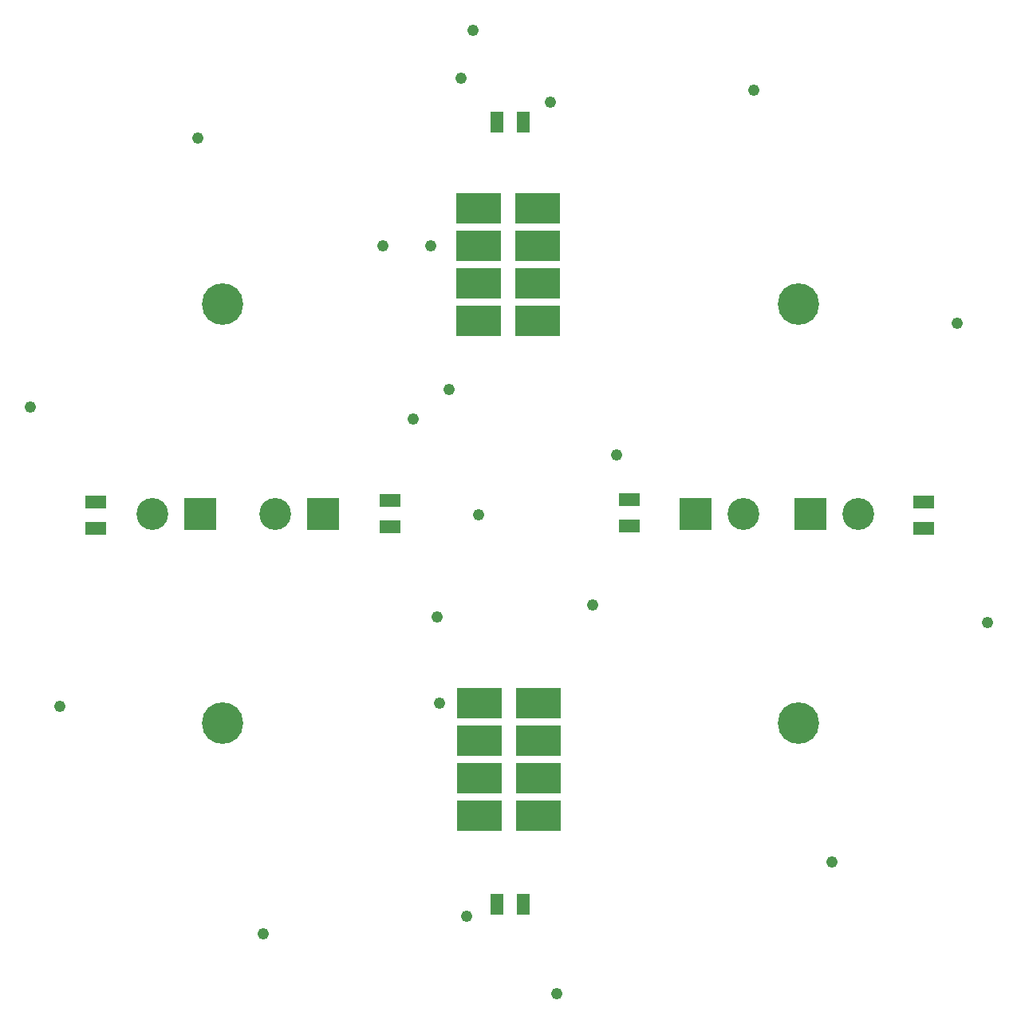
<source format=gbs>
%FSLAX25Y25*%
%MOIN*%
G70*
G01*
G75*
G04 Layer_Color=48896*
%ADD10R,0.05906X0.05906*%
%ADD11P,0.08352X4X189.0*%
%ADD12P,0.08352X4X153.0*%
%ADD13P,0.08352X4X117.0*%
%ADD14P,0.08352X4X81.0*%
%ADD15P,0.08352X4X279.0*%
%ADD16P,0.08352X4X207.0*%
%ADD17R,0.05906X0.05906*%
%ADD18P,0.08352X4X63.0*%
%ADD19P,0.08352X4X351.0*%
%ADD20C,0.05000*%
%ADD21C,0.02500*%
%ADD22C,0.12500*%
%ADD23R,0.12500X0.12500*%
%ADD24C,0.16500*%
%ADD25C,0.04000*%
%ADD26R,0.08000X0.05000*%
%ADD27R,0.05000X0.08000*%
%ADD28R,0.17716X0.12205*%
%ADD29C,0.01000*%
%ADD30C,0.01200*%
%ADD31C,0.01500*%
%ADD32R,0.04906X0.04906*%
%ADD33P,0.06937X4X189.0*%
%ADD34P,0.06937X4X153.0*%
%ADD35P,0.06937X4X117.0*%
%ADD36P,0.06937X4X81.0*%
%ADD37P,0.06937X4X279.0*%
%ADD38P,0.06937X4X207.0*%
%ADD39R,0.04906X0.04906*%
%ADD40P,0.06937X4X63.0*%
%ADD41P,0.06937X4X351.0*%
%ADD42R,0.07000X0.04000*%
%ADD43R,0.04000X0.07000*%
%ADD44R,0.16716X0.11205*%
%ADD45R,0.06706X0.06706*%
%ADD46P,0.09483X4X189.0*%
%ADD47P,0.09483X4X153.0*%
%ADD48P,0.09483X4X117.0*%
%ADD49P,0.09483X4X81.0*%
%ADD50P,0.09483X4X279.0*%
%ADD51P,0.09483X4X207.0*%
%ADD52R,0.06706X0.06706*%
%ADD53P,0.09483X4X63.0*%
%ADD54P,0.09483X4X351.0*%
%ADD55C,0.13300*%
%ADD56R,0.13300X0.13300*%
%ADD57C,0.17300*%
%ADD58C,0.04800*%
%ADD59R,0.08800X0.05800*%
%ADD60R,0.05800X0.08800*%
%ADD61R,0.18517X0.13005*%
D55*
X668500Y548000D02*
D03*
X425000D02*
D03*
X373500D02*
D03*
X620500D02*
D03*
D56*
X648500D02*
D03*
X445000D02*
D03*
X393500D02*
D03*
X600500D02*
D03*
D57*
X643500Y460500D02*
D03*
X403000Y635500D02*
D03*
X643500D02*
D03*
X403000Y460500D02*
D03*
D58*
X493504Y468996D02*
D03*
X502500Y730000D02*
D03*
X490000Y660000D02*
D03*
X470000D02*
D03*
X505000Y380000D02*
D03*
X540000Y720000D02*
D03*
X510000Y547500D02*
D03*
X482500Y587500D02*
D03*
X497500Y600000D02*
D03*
X567500Y572500D02*
D03*
X557500Y510000D02*
D03*
X492500Y505000D02*
D03*
X392500Y705000D02*
D03*
X507500Y750000D02*
D03*
X625000Y725000D02*
D03*
X710000Y627500D02*
D03*
X722500Y502500D02*
D03*
X657500Y402500D02*
D03*
X542500Y347500D02*
D03*
X420000Y372500D02*
D03*
X335000Y467500D02*
D03*
X322500Y592500D02*
D03*
D59*
X573000Y543000D02*
D03*
Y554000D02*
D03*
X473000Y542500D02*
D03*
Y553500D02*
D03*
X350000Y553000D02*
D03*
Y542000D02*
D03*
X696000Y553000D02*
D03*
Y542000D02*
D03*
D60*
X528500Y711500D02*
D03*
X517500D02*
D03*
Y385000D02*
D03*
X528500D02*
D03*
D61*
X535000Y468996D02*
D03*
Y453248D02*
D03*
Y437500D02*
D03*
X510394Y468996D02*
D03*
Y453248D02*
D03*
Y437500D02*
D03*
X535000Y421752D02*
D03*
X510394D02*
D03*
X510000Y628504D02*
D03*
Y644252D02*
D03*
Y660000D02*
D03*
X534606Y628504D02*
D03*
Y644252D02*
D03*
Y660000D02*
D03*
X510000Y675748D02*
D03*
X534606D02*
D03*
M02*

</source>
